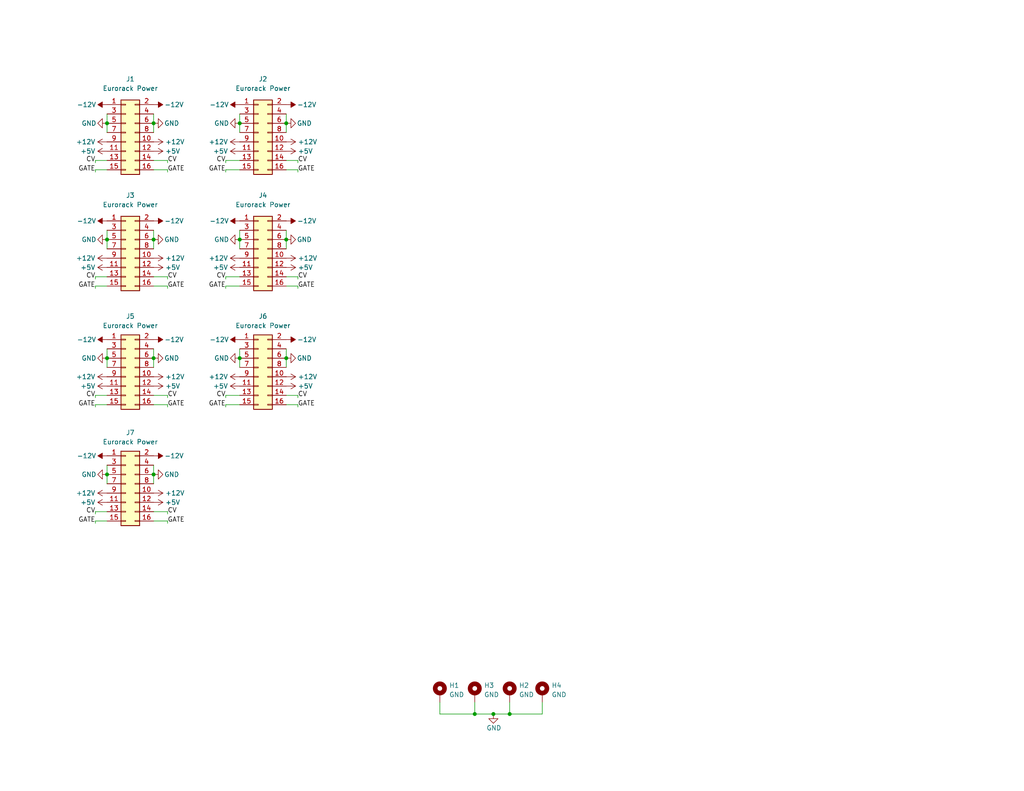
<source format=kicad_sch>
(kicad_sch (version 20211123) (generator eeschema)
  (paper "USLetter")
  (title_block (title "Micronova bus board") (date "2022-07-31") (rev "v2") (company "Winterbloom") (comment 1 "Alethea Flowers") (comment 2 "CERN-OHL-P V2") (comment 3 "micronova.wntr.dev"))
  (lib_symbols
    (symbol "Connector_Generic:Conn_02x08_Odd_Even" (pin_names (offset 1.016) hide)
      (property "Reference" "J" (at 1.27 10.16 0))
      (property "Value" "Conn_02x08_Odd_Even" (at 1.27 -12.7 0))
      (symbol "Conn_02x08_Odd_Even_1_1"
        (rectangle (start -1.27 -10.033) (end 0 -10.287) (stroke (width 0.1524)))
        (rectangle (start -1.27 -7.493) (end 0 -7.747) (stroke (width 0.1524)))
        (rectangle (start -1.27 -4.953) (end 0 -5.207) (stroke (width 0.1524)))
        (rectangle (start -1.27 -2.413) (end 0 -2.667) (stroke (width 0.1524)))
        (rectangle (start -1.27 0.127) (end 0 -0.127) (stroke (width 0.1524)))
        (rectangle (start -1.27 2.667) (end 0 2.413) (stroke (width 0.1524)))
        (rectangle (start -1.27 5.207) (end 0 4.953) (stroke (width 0.1524)))
        (rectangle (start -1.27 7.747) (end 0 7.493) (stroke (width 0.1524)))
        (rectangle (start -1.27 8.89) (end 3.81 -11.43) (stroke (width 0.254)) (fill (type background)))
        (rectangle (start 3.81 -10.033) (end 2.54 -10.287) (stroke (width 0.1524)))
        (rectangle (start 3.81 -7.493) (end 2.54 -7.747) (stroke (width 0.1524)))
        (rectangle (start 3.81 -4.953) (end 2.54 -5.207) (stroke (width 0.1524)))
        (rectangle (start 3.81 -2.413) (end 2.54 -2.667) (stroke (width 0.1524)))
        (rectangle (start 3.81 0.127) (end 2.54 -0.127) (stroke (width 0.1524)))
        (rectangle (start 3.81 2.667) (end 2.54 2.413) (stroke (width 0.1524)))
        (rectangle (start 3.81 5.207) (end 2.54 4.953) (stroke (width 0.1524)))
        (rectangle (start 3.81 7.747) (end 2.54 7.493) (stroke (width 0.1524)))
        (pin passive line (at -5.08 7.62 0) (length 3.81) (name "Pin_1") (number "1"))
        (pin passive line (at 7.62 -2.54 180) (length 3.81) (name "Pin_10") (number "10"))
        (pin passive line (at -5.08 -5.08 0) (length 3.81) (name "Pin_11") (number "11"))
        (pin passive line (at 7.62 -5.08 180) (length 3.81) (name "Pin_12") (number "12"))
        (pin passive line (at -5.08 -7.62 0) (length 3.81) (name "Pin_13") (number "13"))
        (pin passive line (at 7.62 -7.62 180) (length 3.81) (name "Pin_14") (number "14"))
        (pin passive line (at -5.08 -10.16 0) (length 3.81) (name "Pin_15") (number "15"))
        (pin passive line (at 7.62 -10.16 180) (length 3.81) (name "Pin_16") (number "16"))
        (pin passive line (at 7.62 7.62 180) (length 3.81) (name "Pin_2") (number "2"))
        (pin passive line (at -5.08 5.08 0) (length 3.81) (name "Pin_3") (number "3"))
        (pin passive line (at 7.62 5.08 180) (length 3.81) (name "Pin_4") (number "4"))
        (pin passive line (at -5.08 2.54 0) (length 3.81) (name "Pin_5") (number "5"))
        (pin passive line (at 7.62 2.54 180) (length 3.81) (name "Pin_6") (number "6"))
        (pin passive line (at -5.08 0 0) (length 3.81) (name "Pin_7") (number "7"))
        (pin passive line (at 7.62 0 180) (length 3.81) (name "Pin_8") (number "8"))
        (pin passive line (at -5.08 -2.54 0) (length 3.81) (name "Pin_9") (number "9"))
      )
    )
    (symbol "Mechanical:MountingHole_Pad" (pin_numbers hide) (pin_names (offset 1.016) hide)
      (property "Reference" "H" (at 0 6.35 0))
      (property "Value" "MountingHole_Pad" (at 0 4.445 0))
      (symbol "MountingHole_Pad_0_1"
        (circle (center 0 1.27) (radius 1.27) (stroke (width 1.27)))
      )
      (symbol "MountingHole_Pad_1_1"
        (pin input line (at 0 -2.54 90) (length 2.54) (name "1") (number "1"))
      )
    )
    (symbol "power:+12V" (power) (pin_names (offset 0))
      (property "Value" "+12V" (at 0 3.556 0))
      (symbol "+12V_0_1"
        (polyline (pts (xy -0.762 1.27) (xy 0 2.54)))
        (polyline (pts (xy 0 0) (xy 0 2.54)))
        (polyline (pts (xy 0 2.54) (xy 0.762 1.27)))
      )
      (symbol "+12V_1_1"
        (pin power_in line (at 0 0 90) (length 0) hide (name "+12V") (number "1"))
      )
    )
    (symbol "power:+5V" (power) (pin_names (offset 0))
      (property "Value" "+5V" (at 0 3.556 0))
      (symbol "+5V_0_1"
        (polyline (pts (xy -0.762 1.27) (xy 0 2.54)))
        (polyline (pts (xy 0 0) (xy 0 2.54)))
        (polyline (pts (xy 0 2.54) (xy 0.762 1.27)))
      )
      (symbol "+5V_1_1"
        (pin power_in line (at 0 0 90) (length 0) hide (name "+5V") (number "1"))
      )
    )
    (symbol "power:-12V" (power) (pin_names (offset 0))
      (property "Value" "-12V" (at 0 3.81 0))
      (symbol "-12V_0_0"
        (pin power_in line (at 0 0 90) (length 0) hide (name "-12V") (number "1"))
      )
      (symbol "-12V_0_1"
        (polyline (pts (xy 0 0) (xy 0 1.27) (xy 0.762 1.27) (xy 0 2.54) (xy -0.762 1.27) (xy 0 1.27)) (fill (type outline)))
      )
    )
    (symbol "power:GND" (power) (pin_names (offset 0))
      (property "Value" "GND" (at 0 -3.81 0))
      (symbol "GND_0_1"
        (polyline (pts (xy 0 0) (xy 0 -1.27) (xy 1.27 -1.27) (xy 0 -2.54) (xy -1.27 -1.27) (xy 0 -1.27)))
      )
      (symbol "GND_1_1"
        (pin power_in line (at 0 0 270) (length 0) hide (name "GND") (number "1"))
      )
    )
  )
  (junction (at 139.065 194.945))
  (junction (at 129.54 194.945))
  (junction (at 41.91 33.655))
  (junction (at 29.21 97.79))
  (junction (at 41.91 97.79))
  (junction (at 134.62 194.945))
  (junction (at 78.105 65.405))
  (junction (at 41.91 65.405))
  (junction (at 29.21 129.54))
  (junction (at 78.105 97.79))
  (junction (at 78.105 33.655))
  (junction (at 41.91 129.54))
  (junction (at 65.405 97.79))
  (junction (at 29.21 65.405))
  (junction (at 65.405 65.405))
  (junction (at 29.21 33.655))
  (junction (at 65.405 33.655))
  (wire (pts (xy 129.54 191.77) (xy 129.54 194.945)))
  (wire (pts (xy 61.595 76.2) (xy 61.595 75.565)))
  (wire (pts (xy 78.105 95.25) (xy 78.105 97.79)))
  (wire (pts (xy 26.035 139.7) (xy 26.035 140.335)))
  (wire (pts (xy 29.21 97.79) (xy 29.21 100.33)))
  (wire (pts (xy 41.91 110.49) (xy 45.72 110.49)))
  (wire (pts (xy 78.105 43.815) (xy 81.28 43.815)))
  (wire (pts (xy 78.105 97.79) (xy 78.105 100.33)))
  (wire (pts (xy 26.035 46.355) (xy 29.21 46.355)))
  (wire (pts (xy 65.405 95.25) (xy 65.405 97.79)))
  (wire (pts (xy 61.595 78.74) (xy 61.595 78.105)))
  (wire (pts (xy 45.72 139.7) (xy 45.72 140.335)))
  (wire (pts (xy 29.21 65.405) (xy 29.21 67.945)))
  (wire (pts (xy 41.91 46.355) (xy 45.72 46.355)))
  (wire (pts (xy 41.91 31.115) (xy 41.91 33.655)))
  (wire (pts (xy 26.035 78.74) (xy 26.035 78.105)))
  (wire (pts (xy 29.21 95.25) (xy 29.21 97.79)))
  (wire (pts (xy 26.035 107.95) (xy 26.035 108.585)))
  (wire (pts (xy 26.035 75.565) (xy 26.035 76.2)))
  (wire (pts (xy 26.035 142.875) (xy 26.035 142.24)))
  (wire (pts (xy 78.105 107.95) (xy 81.28 107.95)))
  (wire (pts (xy 29.21 127) (xy 29.21 129.54)))
  (wire (pts (xy 41.91 95.25) (xy 41.91 97.79)))
  (wire (pts (xy 81.28 107.95) (xy 81.28 108.585)))
  (wire (pts (xy 65.405 97.79) (xy 65.405 100.33)))
  (wire (pts (xy 45.72 78.74) (xy 45.72 78.105)))
  (wire (pts (xy 61.595 75.565) (xy 65.405 75.565)))
  (wire (pts (xy 26.035 142.24) (xy 29.21 142.24)))
  (wire (pts (xy 41.91 78.105) (xy 45.72 78.105)))
  (wire (pts (xy 61.595 111.125) (xy 61.595 110.49)))
  (wire (pts (xy 78.105 75.565) (xy 81.28 75.565)))
  (wire (pts (xy 29.21 75.565) (xy 26.035 75.565)))
  (wire (pts (xy 61.595 46.355) (xy 65.405 46.355)))
  (wire (pts (xy 41.91 75.565) (xy 45.72 75.565)))
  (wire (pts (xy 65.405 65.405) (xy 65.405 67.945)))
  (wire (pts (xy 61.595 46.99) (xy 61.595 46.355)))
  (wire (pts (xy 26.035 111.125) (xy 26.035 110.49)))
  (wire (pts (xy 61.595 110.49) (xy 65.405 110.49)))
  (wire (pts (xy 45.72 46.99) (xy 45.72 46.355)))
  (wire (pts (xy 41.91 43.815) (xy 45.72 43.815)))
  (wire (pts (xy 26.035 43.815) (xy 26.035 44.45)))
  (wire (pts (xy 134.62 194.945) (xy 139.065 194.945)))
  (wire (pts (xy 45.72 111.125) (xy 45.72 110.49)))
  (wire (pts (xy 78.105 78.105) (xy 81.28 78.105)))
  (wire (pts (xy 61.595 43.815) (xy 65.405 43.815)))
  (wire (pts (xy 78.105 110.49) (xy 81.28 110.49)))
  (wire (pts (xy 41.91 129.54) (xy 41.91 132.08)))
  (wire (pts (xy 29.21 43.815) (xy 26.035 43.815)))
  (wire (pts (xy 81.28 110.49) (xy 81.28 111.125)))
  (wire (pts (xy 81.28 43.815) (xy 81.28 44.45)))
  (wire (pts (xy 29.21 62.865) (xy 29.21 65.405)))
  (wire (pts (xy 65.405 33.655) (xy 65.405 36.195)))
  (wire (pts (xy 147.955 194.945) (xy 147.955 191.77)))
  (wire (pts (xy 41.91 127) (xy 41.91 129.54)))
  (wire (pts (xy 65.405 31.115) (xy 65.405 33.655)))
  (wire (pts (xy 41.91 139.7) (xy 45.72 139.7)))
  (wire (pts (xy 41.91 107.95) (xy 45.72 107.95)))
  (wire (pts (xy 29.21 139.7) (xy 26.035 139.7)))
  (wire (pts (xy 78.105 46.355) (xy 81.28 46.355)))
  (wire (pts (xy 29.21 31.115) (xy 29.21 33.655)))
  (wire (pts (xy 65.405 62.865) (xy 65.405 65.405)))
  (wire (pts (xy 41.91 65.405) (xy 41.91 67.945)))
  (wire (pts (xy 41.91 142.24) (xy 45.72 142.24)))
  (wire (pts (xy 41.91 97.79) (xy 41.91 100.33)))
  (wire (pts (xy 61.595 78.105) (xy 65.405 78.105)))
  (wire (pts (xy 129.54 194.945) (xy 120.015 194.945)))
  (wire (pts (xy 26.035 46.99) (xy 26.035 46.355)))
  (wire (pts (xy 26.035 110.49) (xy 29.21 110.49)))
  (wire (pts (xy 45.72 75.565) (xy 45.72 76.2)))
  (wire (pts (xy 81.28 46.355) (xy 81.28 46.99)))
  (wire (pts (xy 139.065 191.77) (xy 139.065 194.945)))
  (wire (pts (xy 26.035 78.105) (xy 29.21 78.105)))
  (wire (pts (xy 45.72 43.815) (xy 45.72 44.45)))
  (wire (pts (xy 41.91 33.655) (xy 41.91 36.195)))
  (wire (pts (xy 78.105 33.655) (xy 78.105 36.195)))
  (wire (pts (xy 81.28 75.565) (xy 81.28 76.2)))
  (wire (pts (xy 29.21 129.54) (xy 29.21 132.08)))
  (wire (pts (xy 78.105 65.405) (xy 78.105 67.945)))
  (wire (pts (xy 45.72 107.95) (xy 45.72 108.585)))
  (wire (pts (xy 78.105 31.115) (xy 78.105 33.655)))
  (wire (pts (xy 139.065 194.945) (xy 147.955 194.945)))
  (wire (pts (xy 78.105 62.865) (xy 78.105 65.405)))
  (wire (pts (xy 81.28 78.105) (xy 81.28 78.74)))
  (wire (pts (xy 45.72 142.875) (xy 45.72 142.24)))
  (wire (pts (xy 29.21 107.95) (xy 26.035 107.95)))
  (wire (pts (xy 29.21 33.655) (xy 29.21 36.195)))
  (wire (pts (xy 120.015 194.945) (xy 120.015 191.77)))
  (wire (pts (xy 61.595 107.95) (xy 65.405 107.95)))
  (wire (pts (xy 61.595 108.585) (xy 61.595 107.95)))
  (wire (pts (xy 41.91 62.865) (xy 41.91 65.405)))
  (wire (pts (xy 134.62 194.945) (xy 129.54 194.945)))
  (wire (pts (xy 61.595 44.45) (xy 61.595 43.815)))
  (label "GATE" (at 26.035 111.125 180))
  (label "CV" (at 81.28 108.585 0))
  (label "GATE" (at 45.72 46.99 0))
  (label "CV" (at 61.595 108.585 180))
  (label "CV" (at 26.035 140.335 180))
  (label "GATE" (at 26.035 78.74 180))
  (label "CV" (at 45.72 108.585 0))
  (label "CV" (at 26.035 76.2 180))
  (label "CV" (at 45.72 44.45 0))
  (label "GATE" (at 45.72 78.74 0))
  (label "GATE" (at 26.035 142.875 180))
  (label "GATE" (at 81.28 46.99 0))
  (label "CV" (at 81.28 44.45 0))
  (label "GATE" (at 45.72 142.875 0))
  (label "GATE" (at 26.035 46.99 180))
  (label "GATE" (at 81.28 78.74 0))
  (label "CV" (at 45.72 76.2 0))
  (label "CV" (at 61.595 44.45 180))
  (label "CV" (at 81.28 76.2 0))
  (label "GATE" (at 61.595 111.125 180))
  (label "GATE" (at 61.595 46.99 180))
  (label "CV" (at 45.72 140.335 0))
  (label "CV" (at 26.035 108.585 180))
  (label "CV" (at 61.595 76.2 180))
  (label "GATE" (at 61.595 78.74 180))
  (label "GATE" (at 81.28 111.125 0))
  (label "GATE" (at 45.72 111.125 0))
  (label "CV" (at 26.035 44.45 180))
  (symbol (lib_id "power:+5V") (at 78.105 73.025 270) (unit 1)
    (property "Reference" "#PWR048" (effects hide))
    (property "Value" "+5V" (at 81.28 73.025 90) (effects (justify left)))
  )
  (symbol (lib_id "power:GND") (at 29.21 129.54 270) (unit 1)
    (property "Reference" "#PWR018" (effects hide))
    (property "Value" "GND" (at 22.225 129.54 90) (effects (justify left)))
  )
  (symbol (lib_id "power:+5V") (at 41.91 73.025 270) (unit 1)
    (property "Reference" "#PWR024" (effects hide))
    (property "Value" "+5V" (at 45.085 73.025 90) (effects (justify left)))
  )
  (symbol (lib_id "Mechanical:MountingHole_Pad") (at 147.955 189.23 0) (unit 1)
    (property "Reference" "H4" (at 150.495 187.1253 0) (effects (justify left)))
    (property "Value" "GND" (at 150.495 189.6622 0) (effects (justify left)))
    (property "Footprint" "MountingHole:MountingHole_3mm_Pad" (effects hide))
  )
  (symbol (lib_id "power:-12V") (at 29.21 28.575 90) (unit 1)
    (property "Reference" "#PWR0111" (effects hide))
    (property "Value" "-12V" (at 20.955 28.575 90) (effects (justify right)))
  )
  (symbol (lib_id "Mechanical:MountingHole_Pad") (at 139.065 189.23 0) (unit 1)
    (property "Reference" "H2" (at 141.605 187.1253 0) (effects (justify left)))
    (property "Value" "GND" (at 141.605 189.6622 0) (effects (justify left)))
    (property "Footprint" "MountingHole:MountingHole_3mm_Pad" (effects hide))
  )
  (symbol (lib_id "power:+5V") (at 41.91 137.16 270) (unit 1)
    (property "Reference" "#PWR032" (effects hide))
    (property "Value" "+5V" (at 45.085 137.16 90) (effects (justify left)))
  )
  (symbol (lib_id "power:-12V") (at 65.405 92.71 90) (unit 1)
    (property "Reference" "#PWR037" (effects hide))
    (property "Value" "-12V" (at 57.15 92.71 90) (effects (justify right)))
  )
  (symbol (lib_id "power:+5V") (at 78.105 41.275 270) (unit 1)
    (property "Reference" "#PWR09" (effects hide))
    (property "Value" "+5V" (at 81.28 41.275 90) (effects (justify left)))
  )
  (symbol (lib_id "power:+5V") (at 65.405 105.41 90) (unit 1)
    (property "Reference" "#PWR040" (effects hide))
    (property "Value" "+5V" (at 62.23 105.41 90) (effects (justify left)))
  )
  (symbol (lib_id "power:GND") (at 41.91 97.79 90) (unit 1)
    (property "Reference" "#PWR026" (effects hide))
    (property "Value" "GND" (at 48.895 97.79 90) (effects (justify left)))
  )
  (symbol (lib_id "Mechanical:MountingHole_Pad") (at 129.54 189.23 0) (unit 1)
    (property "Reference" "H3" (at 132.08 187.1253 0) (effects (justify left)))
    (property "Value" "GND" (at 132.08 189.6622 0) (effects (justify left)))
    (property "Footprint" "MountingHole:MountingHole_3mm_Pad" (effects hide))
  )
  (symbol (lib_id "Connector_Generic:Conn_02x08_Odd_Even") (at 34.29 132.08 0) (unit 1)
    (property "Reference" "J7" (at 35.56 118.11 0))
    (property "Value" "Eurorack Power" (at 35.56 120.65 0))
    (property "Footprint" "winterbloom:Eurorack_Power_2x8_Shrouded_Lock" (effects hide))
    (property "mpn" "61201621621" (effects hide))
  )
  (symbol (lib_id "Connector_Generic:Conn_02x08_Odd_Even") (at 34.29 36.195 0) (unit 1)
    (property "Reference" "J1" (at 35.56 21.59 0))
    (property "Value" "Eurorack Power" (at 35.56 24.13 0))
    (property "Footprint" "winterbloom:Eurorack_Power_2x8_Shrouded_Lock" (effects hide))
    (property "mpn" "61201621621" (effects hide))
  )
  (symbol (lib_id "power:+5V") (at 78.105 105.41 270) (unit 1)
    (property "Reference" "#PWR052" (effects hide))
    (property "Value" "+5V" (at 81.28 105.41 90) (effects (justify left)))
  )
  (symbol (lib_id "power:+5V") (at 29.21 137.16 90) (unit 1)
    (property "Reference" "#PWR020" (effects hide))
    (property "Value" "+5V" (at 26.035 137.16 90) (effects (justify left)))
  )
  (symbol (lib_id "power:+12V") (at 41.91 38.735 270) (unit 1)
    (property "Reference" "#PWR0110" (effects hide))
    (property "Value" "+12V" (at 45.085 38.735 90) (effects (justify left)))
  )
  (symbol (lib_id "Mechanical:MountingHole_Pad") (at 120.015 189.23 0) (unit 1)
    (property "Reference" "H1" (at 122.555 187.1253 0) (effects (justify left)))
    (property "Value" "GND" (at 122.555 189.6622 0) (effects (justify left)))
    (property "Footprint" "MountingHole:MountingHole_3mm_Pad" (effects hide))
  )
  (symbol (lib_id "power:-12V") (at 78.105 60.325 270) (unit 1)
    (property "Reference" "#PWR045" (effects hide))
    (property "Value" "-12V" (at 86.36 60.325 90) (effects (justify right)))
  )
  (symbol (lib_id "power:-12V") (at 29.21 124.46 90) (unit 1)
    (property "Reference" "#PWR017" (effects hide))
    (property "Value" "-12V" (at 20.955 124.46 90) (effects (justify right)))
  )
  (symbol (lib_id "power:+12V") (at 41.91 102.87 270) (unit 1)
    (property "Reference" "#PWR027" (effects hide))
    (property "Value" "+12V" (at 45.085 102.87 90) (effects (justify left)))
  )
  (symbol (lib_id "power:-12V") (at 41.91 92.71 270) (unit 1)
    (property "Reference" "#PWR025" (effects hide))
    (property "Value" "-12V" (at 50.165 92.71 90) (effects (justify right)))
  )
  (symbol (lib_id "power:+5V") (at 29.21 105.41 90) (unit 1)
    (property "Reference" "#PWR016" (effects hide))
    (property "Value" "+5V" (at 26.035 105.41 90) (effects (justify left)))
  )
  (symbol (lib_id "power:-12V") (at 41.91 28.575 270) (unit 1)
    (property "Reference" "#PWR0115" (effects hide))
    (property "Value" "-12V" (at 50.165 28.575 90) (effects (justify right)))
  )
  (symbol (lib_id "power:GND") (at 78.105 97.79 90) (unit 1)
    (property "Reference" "#PWR050" (effects hide))
    (property "Value" "GND" (at 85.09 97.79 90) (effects (justify left)))
  )
  (symbol (lib_id "power:+12V") (at 41.91 134.62 270) (unit 1)
    (property "Reference" "#PWR031" (effects hide))
    (property "Value" "+12V" (at 45.085 134.62 90) (effects (justify left)))
  )
  (symbol (lib_id "Connector_Generic:Conn_02x08_Odd_Even") (at 70.485 67.945 0) (unit 1)
    (property "Reference" "J4" (at 71.755 53.34 0))
    (property "Value" "Eurorack Power" (at 71.755 55.88 0))
    (property "Footprint" "winterbloom:Eurorack_Power_2x8_Shrouded_Lock" (effects hide))
    (property "mpn" "61201621621" (effects hide))
  )
  (symbol (lib_id "power:GND") (at 65.405 33.655 270) (unit 1)
    (property "Reference" "#PWR03" (effects hide))
    (property "Value" "GND" (at 58.42 33.655 90) (effects (justify left)))
  )
  (symbol (lib_id "power:+5V") (at 41.91 105.41 270) (unit 1)
    (property "Reference" "#PWR028" (effects hide))
    (property "Value" "+5V" (at 45.085 105.41 90) (effects (justify left)))
  )
  (symbol (lib_id "power:+5V") (at 41.91 41.275 270) (unit 1)
    (property "Reference" "#PWR0109" (effects hide))
    (property "Value" "+5V" (at 45.085 41.275 90) (effects (justify left)))
  )
  (symbol (lib_id "power:-12V") (at 41.91 60.325 270) (unit 1)
    (property "Reference" "#PWR021" (effects hide))
    (property "Value" "-12V" (at 50.165 60.325 90) (effects (justify right)))
  )
  (symbol (lib_id "power:-12V") (at 29.21 92.71 90) (unit 1)
    (property "Reference" "#PWR013" (effects hide))
    (property "Value" "-12V" (at 20.955 92.71 90) (effects (justify right)))
  )
  (symbol (lib_id "power:-12V") (at 78.105 92.71 270) (unit 1)
    (property "Reference" "#PWR049" (effects hide))
    (property "Value" "-12V" (at 86.36 92.71 90) (effects (justify right)))
  )
  (symbol (lib_id "Connector_Generic:Conn_02x08_Odd_Even") (at 34.29 100.33 0) (unit 1)
    (property "Reference" "J5" (at 35.56 86.36 0))
    (property "Value" "Eurorack Power" (at 35.56 88.9 0))
    (property "Footprint" "winterbloom:Eurorack_Power_2x8_Shrouded_Lock" (effects hide))
    (property "mpn" "61201621621" (effects hide))
  )
  (symbol (lib_id "power:+5V") (at 65.405 73.025 90) (unit 1)
    (property "Reference" "#PWR036" (effects hide))
    (property "Value" "+5V" (at 62.23 73.025 90) (effects (justify left)))
  )
  (symbol (lib_id "power:+12V") (at 29.21 102.87 90) (unit 1)
    (property "Reference" "#PWR015" (effects hide))
    (property "Value" "+12V" (at 26.035 102.87 90) (effects (justify left)))
  )
  (symbol (lib_id "power:GND") (at 29.21 97.79 270) (unit 1)
    (property "Reference" "#PWR014" (effects hide))
    (property "Value" "GND" (at 22.225 97.79 90) (effects (justify left)))
  )
  (symbol (lib_id "power:-12V") (at 65.405 28.575 90) (unit 1)
    (property "Reference" "#PWR02" (effects hide))
    (property "Value" "-12V" (at 57.15 28.575 90) (effects (justify right)))
  )
  (symbol (lib_id "power:-12V") (at 41.91 124.46 270) (unit 1)
    (property "Reference" "#PWR029" (effects hide))
    (property "Value" "-12V" (at 50.165 124.46 90) (effects (justify right)))
  )
  (symbol (lib_id "power:GND") (at 41.91 129.54 90) (unit 1)
    (property "Reference" "#PWR030" (effects hide))
    (property "Value" "GND" (at 48.895 129.54 90) (effects (justify left)))
  )
  (symbol (lib_id "power:+12V") (at 65.405 102.87 90) (unit 1)
    (property "Reference" "#PWR039" (effects hide))
    (property "Value" "+12V" (at 62.23 102.87 90) (effects (justify left)))
  )
  (symbol (lib_id "power:+12V") (at 29.21 38.735 90) (unit 1)
    (property "Reference" "#PWR0112" (effects hide))
    (property "Value" "+12V" (at 26.035 38.735 90) (effects (justify left)))
  )
  (symbol (lib_id "power:GND") (at 65.405 65.405 270) (unit 1)
    (property "Reference" "#PWR034" (effects hide))
    (property "Value" "GND" (at 58.42 65.405 90) (effects (justify left)))
  )
  (symbol (lib_id "power:+12V") (at 65.405 38.735 90) (unit 1)
    (property "Reference" "#PWR04" (effects hide))
    (property "Value" "+12V" (at 62.23 38.735 90) (effects (justify left)))
  )
  (symbol (lib_id "power:GND") (at 29.21 33.655 270) (unit 1)
    (property "Reference" "#PWR0113" (effects hide))
    (property "Value" "GND" (at 22.225 33.655 90) (effects (justify left)))
  )
  (symbol (lib_id "power:+12V") (at 78.105 70.485 270) (unit 1)
    (property "Reference" "#PWR047" (effects hide))
    (property "Value" "+12V" (at 81.28 70.485 90) (effects (justify left)))
  )
  (symbol (lib_id "power:+5V") (at 29.21 73.025 90) (unit 1)
    (property "Reference" "#PWR012" (effects hide))
    (property "Value" "+5V" (at 26.035 73.025 90) (effects (justify left)))
  )
  (symbol (lib_id "power:-12V") (at 29.21 60.325 90) (unit 1)
    (property "Reference" "#PWR01" (effects hide))
    (property "Value" "-12V" (at 20.955 60.325 90) (effects (justify right)))
  )
  (symbol (lib_id "power:GND") (at 134.62 194.945 0) (unit 1)
    (property "Reference" "#PWR0133" (effects hide))
    (property "Value" "GND" (at 132.715 198.755 0) (effects (justify left)))
  )
  (symbol (lib_id "power:GND") (at 41.91 33.655 90) (unit 1)
    (property "Reference" "#PWR0116" (effects hide))
    (property "Value" "GND" (at 48.895 33.655 90) (effects (justify left)))
  )
  (symbol (lib_id "power:+12V") (at 29.21 70.485 90) (unit 1)
    (property "Reference" "#PWR011" (effects hide))
    (property "Value" "+12V" (at 26.035 70.485 90) (effects (justify left)))
  )
  (symbol (lib_id "power:+5V") (at 29.21 41.275 90) (unit 1)
    (property "Reference" "#PWR0114" (effects hide))
    (property "Value" "+5V" (at 26.035 41.275 90) (effects (justify left)))
  )
  (symbol (lib_id "Connector_Generic:Conn_02x08_Odd_Even") (at 70.485 100.33 0) (unit 1)
    (property "Reference" "J6" (at 71.755 86.36 0))
    (property "Value" "Eurorack Power" (at 71.755 88.9 0))
    (property "Footprint" "winterbloom:Eurorack_Power_2x8_Shrouded_Lock" (effects hide))
    (property "mpn" "61201621621" (effects hide))
  )
  (symbol (lib_id "power:GND") (at 65.405 97.79 270) (unit 1)
    (property "Reference" "#PWR038" (effects hide))
    (property "Value" "GND" (at 58.42 97.79 90) (effects (justify left)))
  )
  (symbol (lib_id "power:GND") (at 78.105 33.655 90) (unit 1)
    (property "Reference" "#PWR07" (effects hide))
    (property "Value" "GND" (at 85.09 33.655 90) (effects (justify left)))
  )
  (symbol (lib_id "power:GND") (at 29.21 65.405 270) (unit 1)
    (property "Reference" "#PWR010" (effects hide))
    (property "Value" "GND" (at 22.225 65.405 90) (effects (justify left)))
  )
  (symbol (lib_id "power:+12V") (at 41.91 70.485 270) (unit 1)
    (property "Reference" "#PWR023" (effects hide))
    (property "Value" "+12V" (at 45.085 70.485 90) (effects (justify left)))
  )
  (symbol (lib_id "Connector_Generic:Conn_02x08_Odd_Even") (at 34.29 67.945 0) (unit 1)
    (property "Reference" "J3" (at 35.56 53.34 0))
    (property "Value" "Eurorack Power" (at 35.56 55.88 0))
    (property "Footprint" "winterbloom:Eurorack_Power_2x8_Shrouded_Lock" (effects hide))
    (property "mpn" "61201621621" (effects hide))
  )
  (symbol (lib_id "power:GND") (at 78.105 65.405 90) (unit 1)
    (property "Reference" "#PWR046" (effects hide))
    (property "Value" "GND" (at 85.09 65.405 90) (effects (justify left)))
  )
  (symbol (lib_id "power:+12V") (at 78.105 102.87 270) (unit 1)
    (property "Reference" "#PWR051" (effects hide))
    (property "Value" "+12V" (at 81.28 102.87 90) (effects (justify left)))
  )
  (symbol (lib_id "power:-12V") (at 65.405 60.325 90) (unit 1)
    (property "Reference" "#PWR033" (effects hide))
    (property "Value" "-12V" (at 57.15 60.325 90) (effects (justify right)))
  )
  (symbol (lib_id "power:+12V") (at 78.105 38.735 270) (unit 1)
    (property "Reference" "#PWR08" (effects hide))
    (property "Value" "+12V" (at 81.28 38.735 90) (effects (justify left)))
  )
  (symbol (lib_id "power:GND") (at 41.91 65.405 90) (unit 1)
    (property "Reference" "#PWR022" (effects hide))
    (property "Value" "GND" (at 48.895 65.405 90) (effects (justify left)))
  )
  (symbol (lib_id "power:+12V") (at 65.405 70.485 90) (unit 1)
    (property "Reference" "#PWR035" (effects hide))
    (property "Value" "+12V" (at 62.23 70.485 90) (effects (justify left)))
  )
  (symbol (lib_id "power:+5V") (at 65.405 41.275 90) (unit 1)
    (property "Reference" "#PWR05" (effects hide))
    (property "Value" "+5V" (at 62.23 41.275 90) (effects (justify left)))
  )
  (symbol (lib_id "Connector_Generic:Conn_02x08_Odd_Even") (at 70.485 36.195 0) (unit 1)
    (property "Reference" "J2" (at 71.755 21.59 0))
    (property "Value" "Eurorack Power" (at 71.755 24.13 0))
    (property "Footprint" "winterbloom:Eurorack_Power_2x8_Shrouded_Lock" (effects hide))
    (property "mpn" "61201621621" (effects hide))
  )
  (symbol (lib_id "power:+12V") (at 29.21 134.62 90) (unit 1)
    (property "Reference" "#PWR019" (effects hide))
    (property "Value" "+12V" (at 26.035 134.62 90) (effects (justify left)))
  )
  (symbol (lib_id "power:-12V") (at 78.105 28.575 270) (unit 1)
    (property "Reference" "#PWR06" (effects hide))
    (property "Value" "-12V" (at 86.36 28.575 90) (effects (justify right)))
  )
)
</source>
